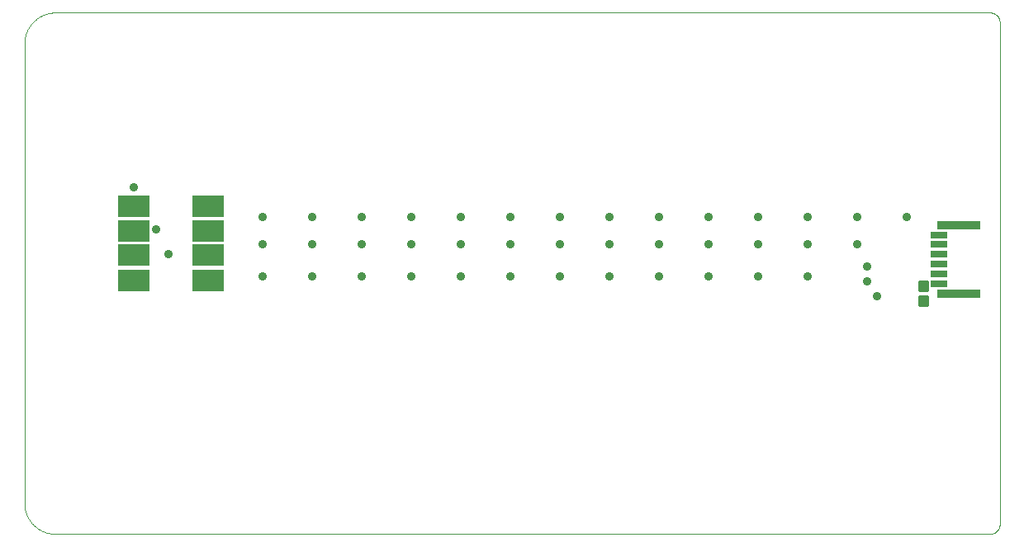
<source format=gts>
G75*
%MOIN*%
%OFA0B0*%
%FSLAX25Y25*%
%IPPOS*%
%LPD*%
%AMOC8*
5,1,8,0,0,1.08239X$1,22.5*
%
%ADD10C,0.00000*%
%ADD11R,0.12611X0.08674*%
%ADD12R,0.06706X0.03162*%
%ADD13R,0.17335X0.03556*%
%ADD14C,0.01185*%
%ADD15C,0.03581*%
D10*
X0013770Y0002234D02*
X0391014Y0002234D01*
X0391138Y0002236D01*
X0391261Y0002242D01*
X0391385Y0002251D01*
X0391507Y0002265D01*
X0391630Y0002282D01*
X0391752Y0002304D01*
X0391873Y0002329D01*
X0391993Y0002358D01*
X0392112Y0002390D01*
X0392231Y0002427D01*
X0392348Y0002467D01*
X0392463Y0002510D01*
X0392578Y0002558D01*
X0392690Y0002609D01*
X0392801Y0002663D01*
X0392911Y0002721D01*
X0393018Y0002782D01*
X0393124Y0002847D01*
X0393227Y0002915D01*
X0393328Y0002986D01*
X0393427Y0003060D01*
X0393524Y0003137D01*
X0393618Y0003218D01*
X0393709Y0003301D01*
X0393798Y0003387D01*
X0393884Y0003476D01*
X0393967Y0003567D01*
X0394048Y0003661D01*
X0394125Y0003758D01*
X0394199Y0003857D01*
X0394270Y0003958D01*
X0394338Y0004061D01*
X0394403Y0004167D01*
X0394464Y0004274D01*
X0394522Y0004384D01*
X0394576Y0004495D01*
X0394627Y0004607D01*
X0394675Y0004722D01*
X0394718Y0004837D01*
X0394758Y0004954D01*
X0394795Y0005073D01*
X0394827Y0005192D01*
X0394856Y0005312D01*
X0394881Y0005433D01*
X0394903Y0005555D01*
X0394920Y0005678D01*
X0394934Y0005800D01*
X0394943Y0005924D01*
X0394949Y0006047D01*
X0394951Y0006171D01*
X0394951Y0208927D01*
X0394949Y0209051D01*
X0394943Y0209174D01*
X0394934Y0209298D01*
X0394920Y0209420D01*
X0394903Y0209543D01*
X0394881Y0209665D01*
X0394856Y0209786D01*
X0394827Y0209906D01*
X0394795Y0210025D01*
X0394758Y0210144D01*
X0394718Y0210261D01*
X0394675Y0210376D01*
X0394627Y0210491D01*
X0394576Y0210603D01*
X0394522Y0210714D01*
X0394464Y0210824D01*
X0394403Y0210931D01*
X0394338Y0211037D01*
X0394270Y0211140D01*
X0394199Y0211241D01*
X0394125Y0211340D01*
X0394048Y0211437D01*
X0393967Y0211531D01*
X0393884Y0211622D01*
X0393798Y0211711D01*
X0393709Y0211797D01*
X0393618Y0211880D01*
X0393524Y0211961D01*
X0393427Y0212038D01*
X0393328Y0212112D01*
X0393227Y0212183D01*
X0393124Y0212251D01*
X0393018Y0212316D01*
X0392911Y0212377D01*
X0392801Y0212435D01*
X0392690Y0212489D01*
X0392578Y0212540D01*
X0392463Y0212588D01*
X0392348Y0212631D01*
X0392231Y0212671D01*
X0392112Y0212708D01*
X0391993Y0212740D01*
X0391873Y0212769D01*
X0391752Y0212794D01*
X0391630Y0212816D01*
X0391507Y0212833D01*
X0391385Y0212847D01*
X0391261Y0212856D01*
X0391138Y0212862D01*
X0391014Y0212864D01*
X0013770Y0212864D01*
X0013467Y0212860D01*
X0013165Y0212849D01*
X0012863Y0212831D01*
X0012562Y0212806D01*
X0012261Y0212773D01*
X0011961Y0212733D01*
X0011662Y0212685D01*
X0011365Y0212631D01*
X0011068Y0212569D01*
X0010774Y0212500D01*
X0010481Y0212424D01*
X0010190Y0212341D01*
X0009901Y0212251D01*
X0009615Y0212154D01*
X0009330Y0212050D01*
X0009049Y0211940D01*
X0008770Y0211822D01*
X0008494Y0211698D01*
X0008221Y0211567D01*
X0007952Y0211430D01*
X0007685Y0211286D01*
X0007423Y0211136D01*
X0007164Y0210979D01*
X0006909Y0210817D01*
X0006658Y0210648D01*
X0006411Y0210473D01*
X0006168Y0210292D01*
X0005930Y0210106D01*
X0005697Y0209913D01*
X0005468Y0209715D01*
X0005244Y0209512D01*
X0005025Y0209303D01*
X0004811Y0209089D01*
X0004602Y0208870D01*
X0004399Y0208646D01*
X0004201Y0208417D01*
X0004008Y0208184D01*
X0003822Y0207946D01*
X0003641Y0207703D01*
X0003466Y0207456D01*
X0003297Y0207205D01*
X0003135Y0206950D01*
X0002978Y0206691D01*
X0002828Y0206429D01*
X0002684Y0206162D01*
X0002547Y0205893D01*
X0002416Y0205620D01*
X0002292Y0205344D01*
X0002174Y0205065D01*
X0002064Y0204784D01*
X0001960Y0204499D01*
X0001863Y0204213D01*
X0001773Y0203924D01*
X0001690Y0203633D01*
X0001614Y0203340D01*
X0001545Y0203046D01*
X0001483Y0202749D01*
X0001429Y0202452D01*
X0001381Y0202153D01*
X0001341Y0201853D01*
X0001308Y0201552D01*
X0001283Y0201251D01*
X0001265Y0200949D01*
X0001254Y0200647D01*
X0001250Y0200344D01*
X0001250Y0014754D01*
X0001254Y0014451D01*
X0001265Y0014149D01*
X0001283Y0013847D01*
X0001308Y0013546D01*
X0001341Y0013245D01*
X0001381Y0012945D01*
X0001429Y0012646D01*
X0001483Y0012349D01*
X0001545Y0012052D01*
X0001614Y0011758D01*
X0001690Y0011465D01*
X0001773Y0011174D01*
X0001863Y0010885D01*
X0001960Y0010599D01*
X0002064Y0010314D01*
X0002174Y0010033D01*
X0002292Y0009754D01*
X0002416Y0009478D01*
X0002547Y0009205D01*
X0002684Y0008936D01*
X0002828Y0008669D01*
X0002978Y0008407D01*
X0003135Y0008148D01*
X0003297Y0007893D01*
X0003466Y0007642D01*
X0003641Y0007395D01*
X0003822Y0007152D01*
X0004008Y0006914D01*
X0004201Y0006681D01*
X0004399Y0006452D01*
X0004602Y0006228D01*
X0004811Y0006009D01*
X0005025Y0005795D01*
X0005244Y0005586D01*
X0005468Y0005383D01*
X0005697Y0005185D01*
X0005930Y0004992D01*
X0006168Y0004806D01*
X0006411Y0004625D01*
X0006658Y0004450D01*
X0006909Y0004281D01*
X0007164Y0004119D01*
X0007423Y0003962D01*
X0007685Y0003812D01*
X0007952Y0003668D01*
X0008221Y0003531D01*
X0008494Y0003400D01*
X0008770Y0003276D01*
X0009049Y0003158D01*
X0009330Y0003048D01*
X0009615Y0002944D01*
X0009901Y0002847D01*
X0010190Y0002757D01*
X0010481Y0002674D01*
X0010774Y0002598D01*
X0011068Y0002529D01*
X0011365Y0002467D01*
X0011662Y0002413D01*
X0011961Y0002365D01*
X0012261Y0002325D01*
X0012562Y0002292D01*
X0012863Y0002267D01*
X0013165Y0002249D01*
X0013467Y0002238D01*
X0013770Y0002234D01*
D11*
X0045541Y0104793D03*
X0045541Y0114833D03*
X0045541Y0124793D03*
X0045541Y0134793D03*
X0075541Y0134793D03*
X0075541Y0124793D03*
X0075541Y0114833D03*
X0075541Y0104793D03*
D12*
X0370281Y0103392D03*
X0370281Y0107329D03*
X0370281Y0111266D03*
X0370281Y0115203D03*
X0370281Y0119140D03*
X0370281Y0123077D03*
D13*
X0378549Y0127014D03*
X0378549Y0099455D03*
D14*
X0365633Y0100655D02*
X0365633Y0103813D01*
X0365633Y0100655D02*
X0362867Y0100655D01*
X0362867Y0103813D01*
X0365633Y0103813D01*
X0365633Y0101839D02*
X0362867Y0101839D01*
X0362867Y0103023D02*
X0365633Y0103023D01*
X0365633Y0097813D02*
X0365633Y0094655D01*
X0362867Y0094655D01*
X0362867Y0097813D01*
X0365633Y0097813D01*
X0365633Y0095839D02*
X0362867Y0095839D01*
X0362867Y0097023D02*
X0365633Y0097023D01*
D15*
X0345250Y0098234D03*
X0341250Y0104234D03*
X0341250Y0110234D03*
X0337250Y0119234D03*
X0337250Y0130234D03*
X0317250Y0130234D03*
X0317250Y0119234D03*
X0297250Y0119234D03*
X0297250Y0130234D03*
X0277250Y0130234D03*
X0277250Y0119234D03*
X0277250Y0106234D03*
X0297250Y0106234D03*
X0317250Y0106234D03*
X0357250Y0130234D03*
X0257250Y0130234D03*
X0257250Y0119234D03*
X0237250Y0119234D03*
X0237250Y0130234D03*
X0217250Y0130234D03*
X0217250Y0119234D03*
X0197250Y0119234D03*
X0197250Y0130234D03*
X0177250Y0130234D03*
X0177250Y0119234D03*
X0157250Y0119234D03*
X0157250Y0130234D03*
X0137250Y0130234D03*
X0137250Y0119234D03*
X0117250Y0119234D03*
X0117250Y0130234D03*
X0097250Y0130234D03*
X0097250Y0119234D03*
X0097250Y0106234D03*
X0117250Y0106234D03*
X0137250Y0106234D03*
X0157250Y0106234D03*
X0177250Y0106234D03*
X0197250Y0106234D03*
X0217250Y0106234D03*
X0237250Y0106234D03*
X0257250Y0106234D03*
X0059250Y0115234D03*
X0054250Y0125234D03*
X0045250Y0142234D03*
M02*

</source>
